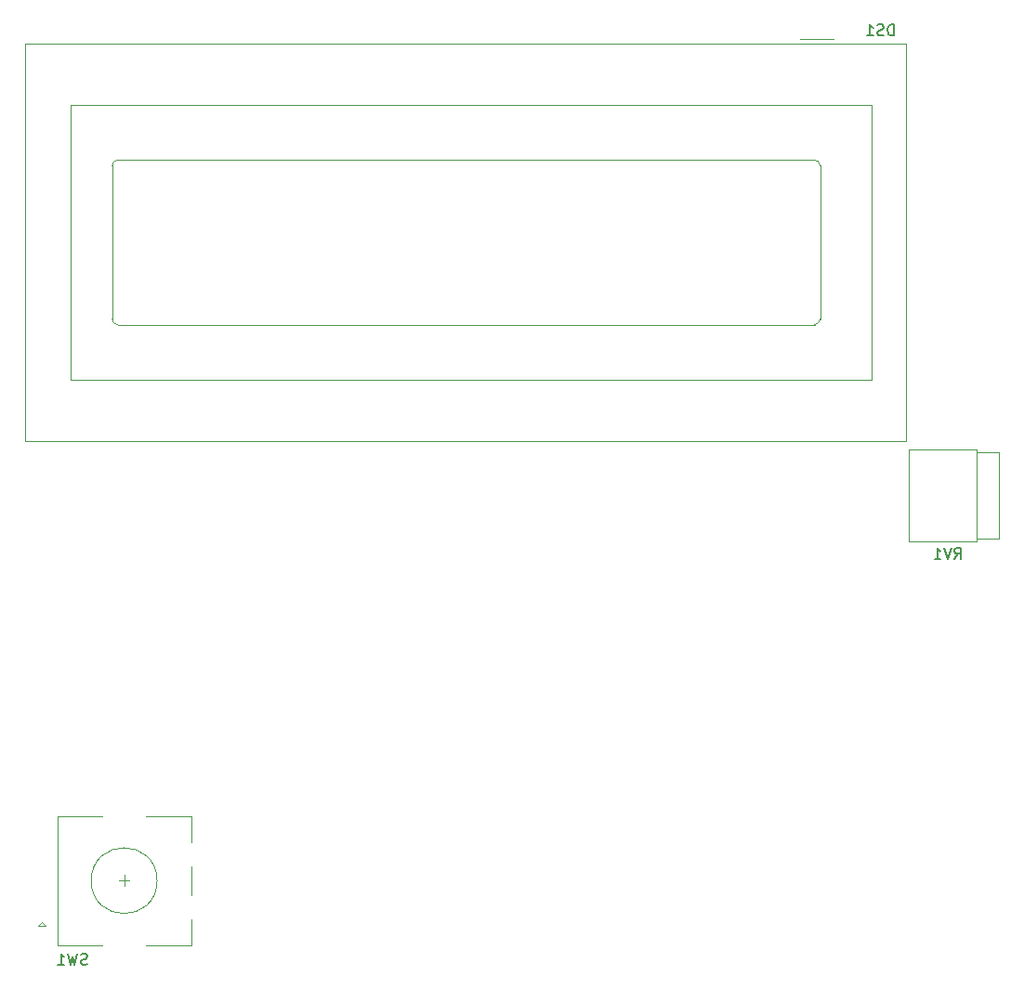
<source format=gbr>
%TF.GenerationSoftware,KiCad,Pcbnew,(5.1.5-0-10_14)*%
%TF.CreationDate,2020-07-31T13:06:06+02:00*%
%TF.ProjectId,pHMeter,70484d65-7465-4722-9e6b-696361645f70,0.1*%
%TF.SameCoordinates,Original*%
%TF.FileFunction,Legend,Bot*%
%TF.FilePolarity,Positive*%
%FSLAX46Y46*%
G04 Gerber Fmt 4.6, Leading zero omitted, Abs format (unit mm)*
G04 Created by KiCad (PCBNEW (5.1.5-0-10_14)) date 2020-07-31 13:06:06*
%MOMM*%
%LPD*%
G04 APERTURE LIST*
%ADD10C,0.120000*%
%ADD11C,0.150000*%
G04 APERTURE END LIST*
D10*
%TO.C,DS1*%
X269760000Y-99426000D02*
X189480000Y-99426000D01*
X189480000Y-99426000D02*
X189480000Y-63146000D01*
X189480000Y-63146000D02*
X268960000Y-63146000D01*
X269760000Y-63146000D02*
X269760000Y-99426000D01*
X269750000Y-63146000D02*
X268960000Y-63146000D01*
X263120000Y-62786000D02*
X260120000Y-62786000D01*
X261420000Y-73786000D02*
X197920000Y-73786000D01*
X261919720Y-88285320D02*
X261919720Y-74286000D01*
X197919340Y-88786000D02*
X261420000Y-88786000D01*
X197420000Y-74286000D02*
X197420000Y-88286000D01*
X266620000Y-68786000D02*
X193620000Y-68786000D01*
X193620000Y-68786000D02*
X193620000Y-93786000D01*
X193620000Y-93786000D02*
X266620000Y-93786000D01*
X266620000Y-93786000D02*
X266620000Y-68786000D01*
X197420000Y-74286000D02*
G75*
G02X197920000Y-73786000I500000J0D01*
G01*
X197919340Y-88785700D02*
G75*
G02X197418960Y-88285320I0J500380D01*
G01*
X261919720Y-88285320D02*
G75*
G02X261419340Y-88785700I-500380J0D01*
G01*
X261419340Y-73784460D02*
G75*
G02X261919720Y-74284840I0J-500380D01*
G01*
%TO.C,SW1*%
X198008000Y-139486000D02*
X199008000Y-139486000D01*
X198508000Y-139986000D02*
X198508000Y-138986000D01*
X204608000Y-135986000D02*
X204608000Y-133586000D01*
X204608000Y-140786000D02*
X204608000Y-138186000D01*
X204608000Y-145386000D02*
X204608000Y-142986000D01*
X191308000Y-143586000D02*
X191008000Y-143286000D01*
X190708000Y-143586000D02*
X191308000Y-143586000D01*
X191008000Y-143286000D02*
X190708000Y-143586000D01*
X192408000Y-145386000D02*
X192408000Y-133586000D01*
X196508000Y-145386000D02*
X192408000Y-145386000D01*
X196508000Y-133586000D02*
X192408000Y-133586000D01*
X204608000Y-133586000D02*
X200508000Y-133586000D01*
X200508000Y-145386000D02*
X204608000Y-145386000D01*
X201508000Y-139486000D02*
G75*
G03X201508000Y-139486000I-3000000J0D01*
G01*
%TO.C,RV1*%
X278248000Y-108324000D02*
X278248000Y-100463000D01*
X276218000Y-108324000D02*
X276218000Y-100463000D01*
X276218000Y-100463000D02*
X278248000Y-100463000D01*
X276218000Y-108324000D02*
X278248000Y-108324000D01*
X276218000Y-108580000D02*
X276218000Y-100209000D01*
X270008000Y-108580000D02*
X270008000Y-100209000D01*
X270008000Y-100209000D02*
X276218000Y-100209000D01*
X270008000Y-108580000D02*
X276218000Y-108580000D01*
%TO.C,DS1*%
D11*
X268654285Y-62428380D02*
X268654285Y-61428380D01*
X268416190Y-61428380D01*
X268273333Y-61476000D01*
X268178095Y-61571238D01*
X268130476Y-61666476D01*
X268082857Y-61856952D01*
X268082857Y-61999809D01*
X268130476Y-62190285D01*
X268178095Y-62285523D01*
X268273333Y-62380761D01*
X268416190Y-62428380D01*
X268654285Y-62428380D01*
X267701904Y-62380761D02*
X267559047Y-62428380D01*
X267320952Y-62428380D01*
X267225714Y-62380761D01*
X267178095Y-62333142D01*
X267130476Y-62237904D01*
X267130476Y-62142666D01*
X267178095Y-62047428D01*
X267225714Y-61999809D01*
X267320952Y-61952190D01*
X267511428Y-61904571D01*
X267606666Y-61856952D01*
X267654285Y-61809333D01*
X267701904Y-61714095D01*
X267701904Y-61618857D01*
X267654285Y-61523619D01*
X267606666Y-61476000D01*
X267511428Y-61428380D01*
X267273333Y-61428380D01*
X267130476Y-61476000D01*
X266178095Y-62428380D02*
X266749523Y-62428380D01*
X266463809Y-62428380D02*
X266463809Y-61428380D01*
X266559047Y-61571238D01*
X266654285Y-61666476D01*
X266749523Y-61714095D01*
%TO.C,SW1*%
X195141333Y-147090761D02*
X194998476Y-147138380D01*
X194760380Y-147138380D01*
X194665142Y-147090761D01*
X194617523Y-147043142D01*
X194569904Y-146947904D01*
X194569904Y-146852666D01*
X194617523Y-146757428D01*
X194665142Y-146709809D01*
X194760380Y-146662190D01*
X194950857Y-146614571D01*
X195046095Y-146566952D01*
X195093714Y-146519333D01*
X195141333Y-146424095D01*
X195141333Y-146328857D01*
X195093714Y-146233619D01*
X195046095Y-146186000D01*
X194950857Y-146138380D01*
X194712761Y-146138380D01*
X194569904Y-146186000D01*
X194236571Y-146138380D02*
X193998476Y-147138380D01*
X193808000Y-146424095D01*
X193617523Y-147138380D01*
X193379428Y-146138380D01*
X192474666Y-147138380D02*
X193046095Y-147138380D01*
X192760380Y-147138380D02*
X192760380Y-146138380D01*
X192855619Y-146281238D01*
X192950857Y-146376476D01*
X193046095Y-146424095D01*
%TO.C,RV1*%
X274153238Y-110161380D02*
X274486571Y-109685190D01*
X274724666Y-110161380D02*
X274724666Y-109161380D01*
X274343714Y-109161380D01*
X274248476Y-109209000D01*
X274200857Y-109256619D01*
X274153238Y-109351857D01*
X274153238Y-109494714D01*
X274200857Y-109589952D01*
X274248476Y-109637571D01*
X274343714Y-109685190D01*
X274724666Y-109685190D01*
X273867523Y-109161380D02*
X273534190Y-110161380D01*
X273200857Y-109161380D01*
X272343714Y-110161380D02*
X272915142Y-110161380D01*
X272629428Y-110161380D02*
X272629428Y-109161380D01*
X272724666Y-109304238D01*
X272819904Y-109399476D01*
X272915142Y-109447095D01*
%TD*%
M02*

</source>
